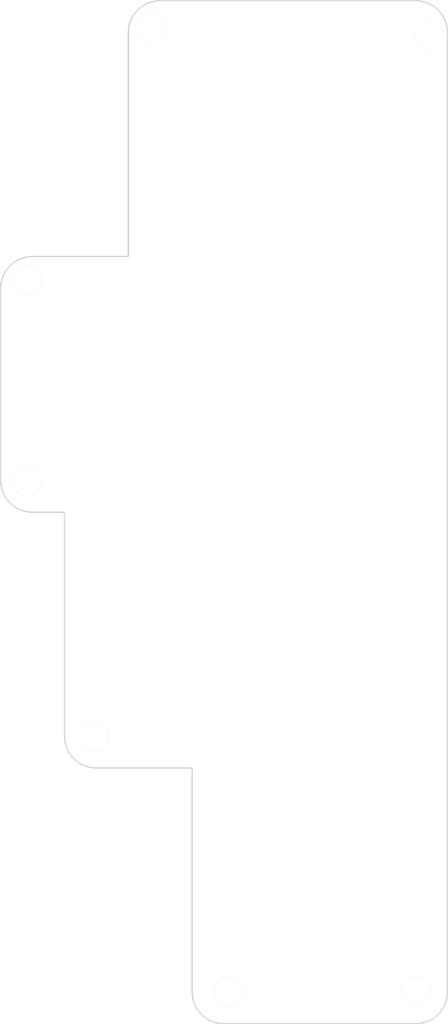
<source format=kicad_pcb>
(kicad_pcb (version 20221018) (generator pcbnew)
  (layers (0 "F.Cu" signal) (31 "B.Cu" signal) (34 "B.Paste" user) (35 "F.Paste" user) (36 "B.SilkS" user "B.Silkscreen") (37 "F.SilkS" user "F.Silkscreen") (38 "B.Mask" user) (39 "F.Mask" user) (44 "Edge.Cuts" user))
  (net 0 "")
  (footprint "kbd_Hole:m2_Screw_Hole_EdgeCuts" (layer "F.Cu") (at 178.625 97.625)
    (fp_text reference "Ref**" hide)
    (fp_text value "Val**" hide)
    (fp_circle (center 0 0) (end 1.1 0) (stroke (width 0.01)) (fill none) (layer "Edge.Cuts"))
  )
  (footprint "kbd_Hole:m2_Screw_Hole_EdgeCuts" (layer "F.Cu") (at 149.625 44.625)
    (fp_text reference "Ref**" hide)
    (fp_text value "Val**" hide)
    (fp_circle (center 0 0) (end 1.1 0) (stroke (width 0.01)) (fill none) (layer "Edge.Cuts"))
  )
  (footprint "kbd_Hole:m2_Screw_Hole_EdgeCuts" (layer "F.Cu") (at 179.625 26.425)
    (fp_text reference "Ref**" hide)
    (fp_text value "Val**" hide)
    (fp_circle (center 0 0) (end 1.1 0) (stroke (width 0.01)) (fill none) (layer "Edge.Cuts"))
  )
  (footprint "kbd_Hole:m2_Screw_Hole_EdgeCuts" (layer "F.Cu") (at 164.625 97.625)
    (fp_text reference "Ref**" hide)
    (fp_text value "Val**" hide)
    (fp_circle (center 0 0) (end 1.1 0) (stroke (width 0.01)) (fill none) (layer "Edge.Cuts"))
  )
  (footprint "kbd_Hole:m2_Screw_Hole_EdgeCuts" (layer "F.Cu") (at 154.625 78.625)
    (fp_text reference "Ref**" hide)
    (fp_text value "Val**" hide)
    (fp_circle (center 0 0) (end 1.1 0) (stroke (width 0.01)) (fill none) (layer "Edge.Cuts"))
  )
  (footprint "kbd_Hole:m2_Screw_Hole_EdgeCuts" (layer "F.Cu") (at 158.825 25.825)
    (fp_text reference "Ref**" hide)
    (fp_text value "Val**" hide)
    (fp_circle (center 0 0) (end 1.1 0) (stroke (width 0.01)) (fill none) (layer "Edge.Cuts"))
  )
  (footprint "kbd_Hole:m2_Screw_Hole_EdgeCuts" (layer "F.Cu") (at 149.625 59.625)
    (fp_text reference "Ref**" hide)
    (fp_text value "Val**" hide)
    (fp_circle (center 0 0) (end 1.1 0) (stroke (width 0.01)) (fill none) (layer "Edge.Cuts"))
  )
  (gr_line (start 161.925 80.9625) (end 161.925 97.63125) (stroke (width 0.1)) (layer "Edge.Cuts"))
  (gr_arc (start 150.01875 61.9125) (mid 148.334952 61.215048) (end 147.6375 59.53125) (stroke (width 0.1)) (layer "Edge.Cuts"))
  (gr_line (start 180.975 26.19375) (end 180.975 97.63125) (stroke (width 0.1)) (layer "Edge.Cuts"))
  (gr_arc (start 157.1625 26.19375) (mid 157.859952 24.509952) (end 159.54375 23.8125) (stroke (width 0.1)) (layer "Edge.Cuts"))
  (gr_line (start 157.1625 42.8625) (end 150.01875 42.8625) (stroke (width 0.1)) (layer "Edge.Cuts"))
  (gr_line (start 152.4 61.9125) (end 152.39995 78.5813) (stroke (width 0.1)) (layer "Edge.Cuts"))
  (gr_line (start 150.01875 61.9125) (end 152.4 61.9125) (stroke (width 0.1)) (layer "Edge.Cuts"))
  (gr_arc (start 154.7812 80.96255) (mid 153.097417 80.265083) (end 152.39995 78.5813) (stroke (width 0.1)) (layer "Edge.Cuts"))
  (gr_line (start 154.7812 80.96255) (end 161.925 80.9625) (stroke (width 0.1)) (layer "Edge.Cuts"))
  (gr_line (start 164.30625 100.0125) (end 178.59375 100.0125) (stroke (width 0.1)) (layer "Edge.Cuts"))
  (gr_line (start 157.1625 26.19375) (end 157.1625 42.8625) (stroke (width 0.1)) (layer "Edge.Cuts"))
  (gr_arc (start 178.59375 23.8125) (mid 180.277548 24.509952) (end 180.975 26.19375) (stroke (width 0.1)) (layer "Edge.Cuts"))
  (gr_arc (start 147.6375 45.24375) (mid 148.334952 43.559952) (end 150.01875 42.8625) (stroke (width 0.1)) (layer "Edge.Cuts"))
  (gr_arc (start 180.975 97.63125) (mid 180.277533 99.315033) (end 178.59375 100.0125) (stroke (width 0.1)) (layer "Edge.Cuts"))
  (gr_line (start 159.54375 23.8125) (end 178.59375 23.8125) (stroke (width 0.1)) (layer "Edge.Cuts"))
  (gr_line (start 147.6375 45.24375) (end 147.6375 59.53125) (stroke (width 0.1)) (layer "Edge.Cuts"))
  (gr_arc (start 164.30625 100.0125) (mid 162.622467 99.315033) (end 161.925 97.63125) (stroke (width 0.1)) (layer "Edge.Cuts"))
)
</source>
